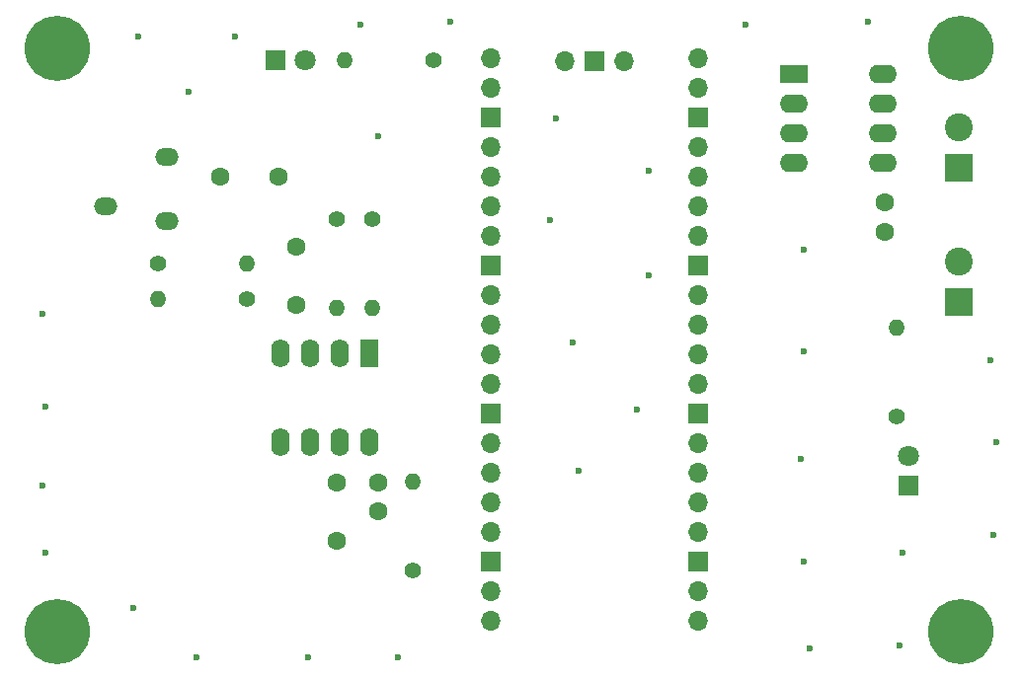
<source format=gbl>
G04 #@! TF.GenerationSoftware,KiCad,Pcbnew,8.0.0*
G04 #@! TF.CreationDate,2024-03-17T16:54:30+01:00*
G04 #@! TF.ProjectId,soundgun,736f756e-6467-4756-9e2e-6b696361645f,rev?*
G04 #@! TF.SameCoordinates,Original*
G04 #@! TF.FileFunction,Copper,L4,Bot*
G04 #@! TF.FilePolarity,Positive*
%FSLAX46Y46*%
G04 Gerber Fmt 4.6, Leading zero omitted, Abs format (unit mm)*
G04 Created by KiCad (PCBNEW 8.0.0) date 2024-03-17 16:54:30*
%MOMM*%
%LPD*%
G01*
G04 APERTURE LIST*
G04 #@! TA.AperFunction,ComponentPad*
%ADD10R,1.600000X2.400000*%
G04 #@! TD*
G04 #@! TA.AperFunction,ComponentPad*
%ADD11O,1.600000X2.400000*%
G04 #@! TD*
G04 #@! TA.AperFunction,ComponentPad*
%ADD12C,1.400000*%
G04 #@! TD*
G04 #@! TA.AperFunction,ComponentPad*
%ADD13O,1.400000X1.400000*%
G04 #@! TD*
G04 #@! TA.AperFunction,ComponentPad*
%ADD14R,1.800000X1.800000*%
G04 #@! TD*
G04 #@! TA.AperFunction,ComponentPad*
%ADD15C,1.800000*%
G04 #@! TD*
G04 #@! TA.AperFunction,ComponentPad*
%ADD16C,1.600000*%
G04 #@! TD*
G04 #@! TA.AperFunction,ComponentPad*
%ADD17C,5.600000*%
G04 #@! TD*
G04 #@! TA.AperFunction,ComponentPad*
%ADD18R,2.400000X2.400000*%
G04 #@! TD*
G04 #@! TA.AperFunction,ComponentPad*
%ADD19C,2.400000*%
G04 #@! TD*
G04 #@! TA.AperFunction,ComponentPad*
%ADD20O,2.006600X1.498600*%
G04 #@! TD*
G04 #@! TA.AperFunction,ComponentPad*
%ADD21O,1.700000X1.700000*%
G04 #@! TD*
G04 #@! TA.AperFunction,ComponentPad*
%ADD22R,1.700000X1.700000*%
G04 #@! TD*
G04 #@! TA.AperFunction,ComponentPad*
%ADD23R,2.400000X1.600000*%
G04 #@! TD*
G04 #@! TA.AperFunction,ComponentPad*
%ADD24O,2.400000X1.600000*%
G04 #@! TD*
G04 #@! TA.AperFunction,ViaPad*
%ADD25C,0.600000*%
G04 #@! TD*
G04 APERTURE END LIST*
D10*
X111800000Y-91175000D03*
D11*
X109260000Y-91175000D03*
X106720000Y-91175000D03*
X104180000Y-91175000D03*
X104180000Y-98795000D03*
X106720000Y-98795000D03*
X109260000Y-98795000D03*
X111800000Y-98795000D03*
D12*
X117310000Y-66000000D03*
D13*
X109690000Y-66000000D03*
D14*
X103725000Y-66000000D03*
D15*
X106265000Y-66000000D03*
D16*
X99000000Y-75999876D03*
X104000000Y-75999876D03*
D14*
X158000000Y-102540000D03*
D15*
X158000000Y-100000000D03*
D16*
X109000000Y-107250000D03*
X109000000Y-102250000D03*
X105500000Y-82000000D03*
X105500000Y-87000000D03*
D17*
X85000000Y-65000000D03*
D12*
X157000000Y-96575000D03*
D13*
X157000000Y-88955000D03*
D18*
X162300000Y-75250000D03*
D19*
X162300000Y-71750000D03*
D16*
X112500000Y-104750000D03*
X112500000Y-102250000D03*
D20*
X89159508Y-78540556D03*
X94459510Y-74290374D03*
X94459510Y-79790373D03*
D12*
X101310000Y-86500000D03*
D13*
X93690000Y-86500000D03*
D16*
X156000000Y-80750000D03*
X156000000Y-78250000D03*
D12*
X109000000Y-79690000D03*
D13*
X109000000Y-87310000D03*
D21*
X140000000Y-114100000D03*
X140000000Y-111560000D03*
D22*
X140000000Y-109020000D03*
D21*
X140000000Y-106480000D03*
X140000000Y-103940000D03*
X140000000Y-101400000D03*
X140000000Y-98860000D03*
D22*
X140000000Y-96320000D03*
D21*
X140000000Y-93780000D03*
X140000000Y-91240000D03*
X140000000Y-88700000D03*
X140000000Y-86160000D03*
D22*
X140000000Y-83620000D03*
D21*
X140000000Y-81080000D03*
X140000000Y-78540000D03*
X140000000Y-76000000D03*
X140000000Y-73460000D03*
D22*
X140000000Y-70920000D03*
D21*
X140000000Y-68380000D03*
X140000000Y-65840000D03*
X122220000Y-65840000D03*
X122220000Y-68380000D03*
D22*
X122220000Y-70920000D03*
D21*
X122220000Y-73460000D03*
X122220000Y-76000000D03*
X122220000Y-78540000D03*
X122220000Y-81080000D03*
D22*
X122220000Y-83620000D03*
D21*
X122220000Y-86160000D03*
X122220000Y-88700000D03*
X122220000Y-91240000D03*
X122220000Y-93780000D03*
D22*
X122220000Y-96320000D03*
D21*
X122220000Y-98860000D03*
X122220000Y-101400000D03*
X122220000Y-103940000D03*
X122220000Y-106480000D03*
D22*
X122220000Y-109020000D03*
D21*
X122220000Y-111560000D03*
X122220000Y-114100000D03*
X133650000Y-66070000D03*
D22*
X131110000Y-66070000D03*
D21*
X128570000Y-66070000D03*
D17*
X162500000Y-115000000D03*
D12*
X93690000Y-83500000D03*
D13*
X101310000Y-83500000D03*
D12*
X115500000Y-109810000D03*
D13*
X115500000Y-102190000D03*
D17*
X162500000Y-65000000D03*
D12*
X112000000Y-79690000D03*
D13*
X112000000Y-87310000D03*
D23*
X148175000Y-67200000D03*
D24*
X148175000Y-69740000D03*
X148175000Y-72280000D03*
X148175000Y-74820000D03*
X155795000Y-74820000D03*
X155795000Y-72280000D03*
X155795000Y-69740000D03*
X155795000Y-67200000D03*
D17*
X85000000Y-115000000D03*
D18*
X162300000Y-86750000D03*
D19*
X162300000Y-83250000D03*
D25*
X144000000Y-63000000D03*
X84000000Y-95750000D03*
X127250000Y-79750000D03*
X92000000Y-64000000D03*
X84000000Y-108250000D03*
X134750000Y-96000000D03*
X114250000Y-117250000D03*
X165500000Y-98750000D03*
X112500000Y-72500000D03*
X100250000Y-64000000D03*
X111000000Y-63000000D03*
X149000000Y-82250000D03*
X97000000Y-117250000D03*
X129250000Y-90250000D03*
X127750000Y-71000000D03*
X149000000Y-109000000D03*
X83750000Y-102500000D03*
X118750000Y-62750000D03*
X83750000Y-87750000D03*
X96250000Y-68750000D03*
X154500000Y-62750000D03*
X165000000Y-91750000D03*
X91500000Y-113000000D03*
X149000000Y-91000000D03*
X129750000Y-101250000D03*
X106500000Y-117250000D03*
X135750000Y-75500000D03*
X157250000Y-116250000D03*
X165250000Y-106750000D03*
X149500000Y-116500000D03*
X157500000Y-108250000D03*
X148750000Y-100250000D03*
X135750000Y-84500000D03*
M02*

</source>
